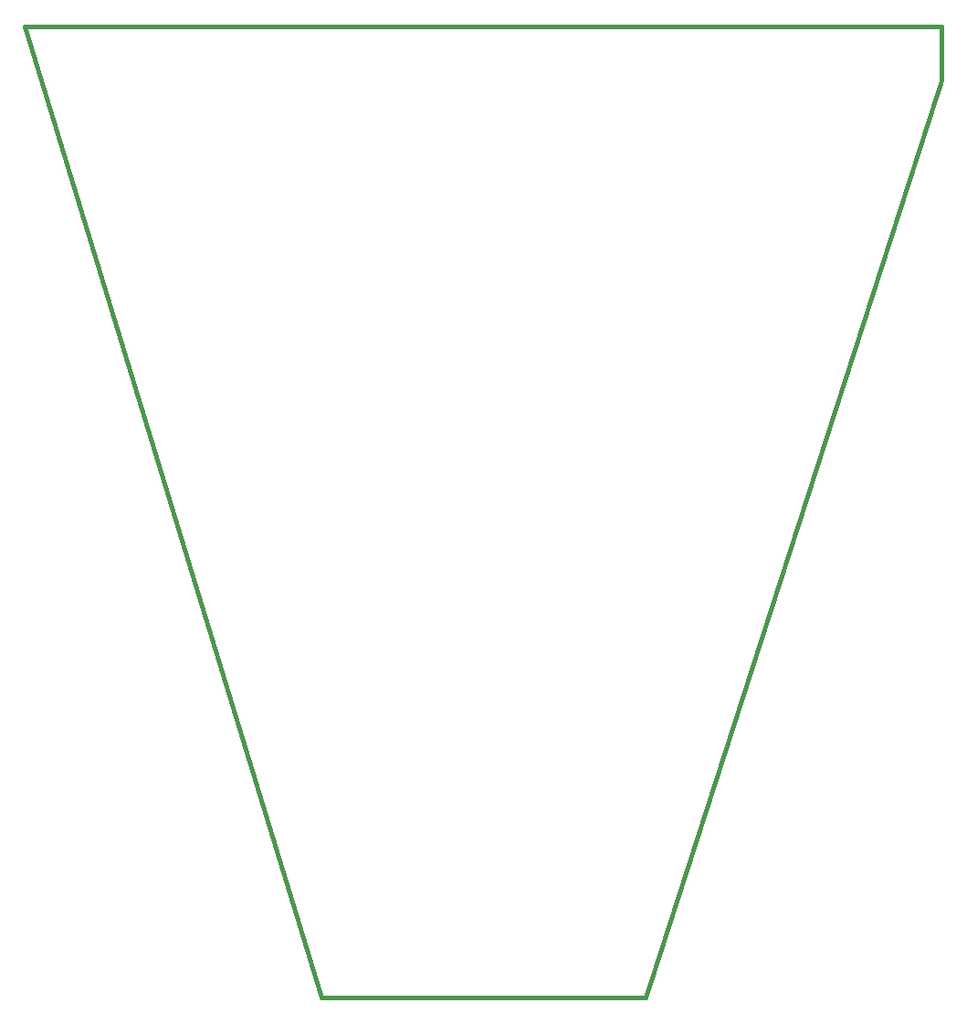
<source format=gko>
%FSLAX33Y33*%
%MOMM*%
%ADD10C,0.381*%
D10*
%LNpath-0*%
G01*
X32500Y0D02*
X62500Y0D01*
X90000Y85000*
X90000Y90000*
X5000Y90000*
X32500Y0*
%LNmechanical details_traces*%
M02*
</source>
